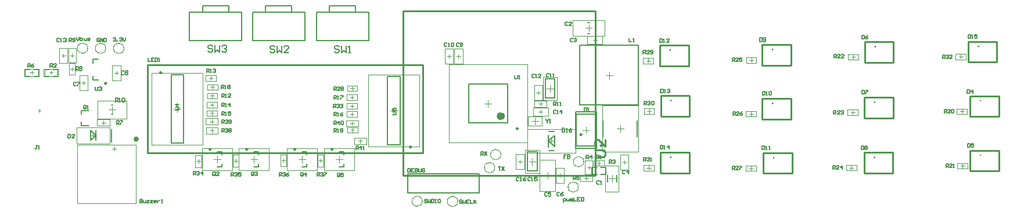
<source format=gto>
G04*
G04 #@! TF.GenerationSoftware,Altium Limited,CircuitMaker,2.3.0 (2.3.0.3)*
G04*
G04 Layer_Color=15132400*
%FSLAX24Y24*%
%MOIN*%
G70*
G04*
G04 #@! TF.SameCoordinates,872E70D8-3D5D-4FD3-98FB-88626AD454E2*
G04*
G04*
G04 #@! TF.FilePolarity,Positive*
G04*
G01*
G75*
%ADD10C,0.0098*%
%ADD11C,0.0039*%
%ADD12C,0.0236*%
%ADD13C,0.0100*%
%ADD14C,0.0050*%
%ADD15C,0.0079*%
%ADD16C,0.0059*%
%ADD17C,0.0080*%
%ADD18C,0.0020*%
D10*
X34309Y3854D02*
G03*
X34309Y3854I-49J0D01*
G01*
X13957Y3637D02*
G03*
X13957Y3637I-49J0D01*
G01*
X29472Y4835D02*
G03*
X29472Y4835I-49J0D01*
G01*
X18844Y3634D02*
G03*
X18844Y3634I-49J0D01*
G01*
X16719Y3631D02*
G03*
X16719Y3631I-49J0D01*
G01*
X11854Y3633D02*
G03*
X11854Y3633I-49J0D01*
G01*
X23345Y3773D02*
G03*
X23345Y3773I-49J0D01*
G01*
X9026Y8057D02*
G03*
X9026Y8057I-49J0D01*
G01*
X33135Y4495D02*
G03*
X33135Y4495I-49J0D01*
G01*
X5864Y7437D02*
G03*
X5864Y7437I-49J0D01*
G01*
D11*
X26021Y640D02*
G03*
X26021Y640I-301J0D01*
G01*
X33257Y2925D02*
G03*
X33257Y2925I-301J0D01*
G01*
X5824Y9449D02*
G03*
X5824Y9449I-301J0D01*
G01*
X30820Y5458D02*
G03*
X30820Y5458I-20J0D01*
G01*
X6865Y9444D02*
G03*
X6865Y9444I-301J0D01*
G01*
X4786Y9454D02*
G03*
X4786Y9454I-301J0D01*
G01*
X28150Y2582D02*
G03*
X28150Y2582I-301J0D01*
G01*
X28500Y3332D02*
G03*
X28500Y3332I-301J0D01*
G01*
X32947Y1465D02*
G03*
X32947Y1465I-301J0D01*
G01*
X23994Y649D02*
G03*
X23994Y649I-301J0D01*
G01*
X1199Y7878D02*
Y8232D01*
X1455D01*
X1199Y7878D02*
X1455D01*
X1947D02*
Y8232D01*
X1691D02*
X1947D01*
X1691Y7878D02*
X1947D01*
X3050D02*
Y8232D01*
X2794Y7878D02*
X3050D01*
X2794Y8232D02*
X3050D01*
X2302Y7878D02*
Y8232D01*
Y7878D02*
X2558D01*
X2302Y8232D02*
X2558D01*
X4197Y1526D02*
Y2904D01*
X5181Y542D02*
X6559D01*
X7544Y1526D02*
Y2904D01*
X5181Y3888D02*
X6559D01*
X6304Y3553D02*
Y3790D01*
X6185Y3672D02*
X6422D01*
X4197Y3888D02*
X7544D01*
Y542D02*
Y3888D01*
X4197Y542D02*
X7544D01*
X4197D02*
Y3888D01*
X26015Y640D02*
G03*
X26015Y640I-295J0D01*
G01*
X33251Y2925D02*
G03*
X33251Y2925I-295J0D01*
G01*
X5818Y9449D02*
G03*
X5818Y9449I-295J0D01*
G01*
X6859Y9444D02*
G03*
X6859Y9444I-295J0D01*
G01*
X4780Y9454D02*
G03*
X4780Y9454I-295J0D01*
G01*
X28144Y2582D02*
G03*
X28144Y2582I-295J0D01*
G01*
X28494Y3332D02*
G03*
X28494Y3332I-295J0D01*
G01*
X32941Y1465D02*
G03*
X32941Y1465I-295J0D01*
G01*
X23988Y649D02*
G03*
X23988Y649I-295J0D01*
G01*
X4542Y7346D02*
Y7563D01*
X4434Y7455D02*
X4651D01*
X35147Y4818D02*
X35541D01*
X35344Y4621D02*
Y5015D01*
X19835Y6135D02*
X20051D01*
X19943Y6027D02*
Y6243D01*
X5983Y5913D02*
X6377D01*
X6180Y5717D02*
Y6110D01*
X14134Y3066D02*
X14528D01*
X14331Y2869D02*
Y3263D01*
X23154Y1127D02*
X27249D01*
Y2229D01*
X23154D02*
X27249D01*
X23154Y1127D02*
Y2229D01*
X27562Y6272D02*
X27956D01*
X27759Y6075D02*
Y6469D01*
X1573Y7947D02*
Y8163D01*
X1465Y8055D02*
X1681D01*
X2676Y7947D02*
Y8163D01*
X2567Y8055D02*
X2784D01*
X19965Y5027D02*
Y5243D01*
X19857Y5135D02*
X20074D01*
X20426Y4012D02*
Y4228D01*
X20317Y4120D02*
X20534D01*
X18047Y2987D02*
X18264D01*
X18155Y2879D02*
Y3095D01*
X15908Y3001D02*
X16125D01*
X16017Y2893D02*
Y3109D01*
X13173Y2978D02*
X13390D01*
X13281Y2870D02*
Y3087D01*
X11029Y2946D02*
X11246D01*
X11138Y2838D02*
Y3054D01*
X19218Y2866D02*
Y3260D01*
X19021Y3063D02*
X19414D01*
X17093Y2863D02*
Y3257D01*
X16897Y3060D02*
X17290D01*
X12228Y2865D02*
Y3259D01*
X12032Y3062D02*
X12425D01*
X11904Y5137D02*
Y5353D01*
X11796Y5245D02*
X12012D01*
X11909Y4612D02*
Y4829D01*
X11801Y4720D02*
X12017D01*
X22351Y5661D02*
Y6055D01*
X22154Y5858D02*
X22548D01*
X20874Y7925D02*
X23827D01*
X20874Y3791D02*
X23827D01*
X20874D02*
Y7925D01*
X23827Y3791D02*
Y7925D01*
X9922Y5775D02*
Y6169D01*
X9725Y5972D02*
X10119D01*
X8445Y3905D02*
X11398D01*
X8445Y8039D02*
X11398D01*
Y3905D02*
Y8039D01*
X8445Y3905D02*
Y8039D01*
X29492Y2925D02*
X29709D01*
X29600Y2816D02*
Y3033D01*
X30300Y2738D02*
Y3131D01*
X30104Y2935D02*
X30497D01*
X31876Y2037D02*
Y2253D01*
X31767Y2145D02*
X31984D01*
X30979Y2125D02*
X31373D01*
X31176Y1928D02*
Y2322D01*
X33278Y1975D02*
X33514D01*
X33396Y1857D02*
Y2093D01*
X36983Y2452D02*
Y2688D01*
X36865Y2570D02*
X37101D01*
X33546Y2487D02*
Y2703D01*
X33437Y2595D02*
X33654D01*
X34007Y2845D02*
X34224D01*
X34116Y2737D02*
Y2953D01*
X34870Y1754D02*
Y2148D01*
X34673Y1951D02*
X35067D01*
X35576Y2786D02*
Y3002D01*
X35467Y2894D02*
X35684D01*
X33189Y4745D02*
X33583D01*
X33386Y4548D02*
Y4942D01*
X33536Y10418D02*
Y10812D01*
X33339Y10615D02*
X33733D01*
X37001Y5712D02*
Y5948D01*
X36883Y5830D02*
X37119D01*
X36956Y8617D02*
Y8853D01*
X36838Y8735D02*
X37074D01*
X42871Y8652D02*
Y8888D01*
X42753Y8770D02*
X42989D01*
X42849Y2426D02*
Y2662D01*
X42731Y2544D02*
X42967D01*
X42735Y5675D02*
X42972D01*
X42853Y5557D02*
Y5793D01*
X48690Y5642D02*
Y5878D01*
X48572Y5760D02*
X48809D01*
X48728Y8837D02*
Y9073D01*
X48610Y8955D02*
X48846D01*
X48606Y2457D02*
Y2693D01*
X48488Y2575D02*
X48724D01*
X54878Y2685D02*
X55114D01*
X54996Y2567D02*
Y2803D01*
X54835Y5815D02*
X55072D01*
X54953Y5697D02*
Y5933D01*
X54893Y8847D02*
Y9083D01*
X54775Y8965D02*
X55012D01*
X33791Y9923D02*
X34007D01*
X33899Y9815D02*
Y10032D01*
X34509Y7905D02*
X34903D01*
X34706Y7708D02*
Y8102D01*
X26066Y8877D02*
Y9093D01*
X25957Y8985D02*
X26174D01*
X11823Y6713D02*
X12040D01*
X11932Y6605D02*
Y6822D01*
X11832Y7213D02*
X12049D01*
X11940Y7105D02*
Y7322D01*
X11810Y5715D02*
X12026D01*
X11918Y5607D02*
Y5823D01*
X11812Y6203D02*
X12029D01*
X11921Y6094D02*
Y6311D01*
X11748Y7734D02*
X11964D01*
X11856Y7625D02*
Y7842D01*
X30259Y5252D02*
X30653D01*
X30456Y5055D02*
Y5448D01*
X19847Y6625D02*
X20063D01*
X19955Y6517D02*
Y6733D01*
X19845Y5665D02*
X20062D01*
X19953Y5557D02*
Y5773D01*
X5570Y5175D02*
X5806D01*
X5688Y5057D02*
Y5293D01*
X3886Y8930D02*
Y9146D01*
X3777Y9038D02*
X3994D01*
X30769Y6144D02*
Y6361D01*
X30661Y6252D02*
X30877D01*
X3778Y8265D02*
X3994D01*
X3886Y8157D02*
Y8373D01*
X19859Y7149D02*
X20076D01*
X19968Y7040D02*
Y7257D01*
X30531Y6902D02*
X30747D01*
X30639Y6794D02*
Y7011D01*
X6326Y8027D02*
X6542D01*
X6434Y7918D02*
Y8135D01*
X3396Y8927D02*
Y9143D01*
X3287Y9035D02*
X3504D01*
X31319Y6941D02*
Y7335D01*
X31122Y7138D02*
X31516D01*
X19877Y4750D02*
X20094D01*
X19985Y4642D02*
Y4858D01*
X25417Y8986D02*
X25634D01*
X25526Y8878D02*
Y9094D01*
X30768Y5694D02*
Y5911D01*
X30660Y5802D02*
X30876D01*
X5100Y4228D02*
Y4622D01*
X4904Y4425D02*
X5297D01*
D12*
X28606Y5544D02*
G03*
X28606Y5544I-118J0D01*
G01*
D13*
X38243Y3180D02*
G03*
X38243Y3180I-4J0D01*
G01*
X38213Y9350D02*
G03*
X38213Y9350I-4J0D01*
G01*
X44155Y3155D02*
G03*
X44155Y3155I-4J0D01*
G01*
X44093Y6280D02*
G03*
X44093Y6280I-4J0D01*
G01*
Y9380D02*
G03*
X44093Y9380I-4J0D01*
G01*
X38263Y6440D02*
G03*
X38263Y6440I-4J0D01*
G01*
X55903Y9560D02*
G03*
X55903Y9560I-4J0D01*
G01*
X49935Y3175D02*
G03*
X49935Y3175I-4J0D01*
G01*
X56023Y3290D02*
G03*
X56023Y3290I-4J0D01*
G01*
X49953Y6340D02*
G03*
X49953Y6340I-4J0D01*
G01*
X49973Y9540D02*
G03*
X49973Y9540I-4J0D01*
G01*
X56023Y6430D02*
G03*
X56023Y6430I-4J0D01*
G01*
X7662Y4223D02*
G03*
X7662Y4223I-98J0D01*
G01*
X7603D02*
G03*
X7603Y4223I-39J0D01*
G01*
X8202Y3445D02*
X24029D01*
X8202D02*
Y8485D01*
X24029D01*
Y3445D02*
Y8485D01*
X37649Y2274D02*
Y3455D01*
Y2274D02*
X39303D01*
Y3455D01*
X37649D02*
X39303D01*
X37619Y8444D02*
Y9625D01*
Y8444D02*
X39273D01*
Y9625D01*
X37619D02*
X39273D01*
X43560Y2249D02*
Y3430D01*
Y2249D02*
X45214D01*
Y3430D01*
X43560D02*
X45214D01*
X43499Y6555D02*
X45153D01*
Y5374D02*
Y6555D01*
X43499Y5374D02*
X45153D01*
X43499D02*
Y6555D01*
Y8474D02*
Y9655D01*
Y8474D02*
X45153D01*
Y9655D01*
X43499D02*
X45153D01*
X37669Y6715D02*
X39323D01*
Y5534D02*
Y6715D01*
X37669Y5534D02*
X39323D01*
X37669D02*
Y6715D01*
X55309Y8654D02*
Y9835D01*
Y8654D02*
X56963D01*
Y9835D01*
X55309D02*
X56963D01*
X49340Y2269D02*
Y3450D01*
Y2269D02*
X50994D01*
Y3450D01*
X49340D02*
X50994D01*
X55429Y2384D02*
Y3565D01*
Y2384D02*
X57083D01*
Y3565D01*
X55429D02*
X57083D01*
X49359Y6615D02*
X51013D01*
Y5434D02*
Y6615D01*
X49359Y5434D02*
X51013D01*
X49359D02*
Y6615D01*
X49379Y8634D02*
Y9815D01*
Y8634D02*
X51033D01*
Y9815D01*
X49379D02*
X51033D01*
X55429Y6705D02*
X57083D01*
Y5524D02*
Y6705D01*
X55429Y5524D02*
X57083D01*
X55429D02*
Y6705D01*
X33871Y3186D02*
X34371D01*
X34471Y3286D01*
Y3486D01*
X34371Y3586D01*
X33871D01*
X34471Y4186D02*
Y3786D01*
X34071Y4186D01*
X33971D01*
X33871Y4086D01*
Y3886D01*
X33971Y3786D01*
X22887Y11584D02*
X33911D01*
Y2135D02*
Y11584D01*
X22887Y2135D02*
X33911D01*
X22887D02*
Y11584D01*
D14*
X33716Y2185D02*
Y2585D01*
Y2185D02*
X34016D01*
X34216D02*
X34516D01*
Y2585D01*
X34216D02*
X34516D01*
X33716D02*
X34016D01*
X18895Y6027D02*
Y6226D01*
X18995D01*
X19028Y6193D01*
Y6127D01*
X18995Y6093D01*
X18895D01*
X18961D02*
X19028Y6027D01*
X19095Y6193D02*
X19128Y6226D01*
X19195D01*
X19228Y6193D01*
Y6160D01*
X19195Y6127D01*
X19161D01*
X19195D01*
X19228Y6093D01*
Y6060D01*
X19195Y6027D01*
X19128D01*
X19095Y6060D01*
X19295Y6193D02*
X19328Y6226D01*
X19395D01*
X19428Y6193D01*
Y6160D01*
X19395Y6127D01*
X19361D01*
X19395D01*
X19428Y6093D01*
Y6060D01*
X19395Y6027D01*
X19328D01*
X19295Y6060D01*
X20184Y3624D02*
Y3830D01*
X20287D01*
X20321Y3796D01*
Y3727D01*
X20287Y3693D01*
X20184D01*
X20252D02*
X20321Y3624D01*
X20493D02*
Y3830D01*
X20390Y3727D01*
X20527D01*
X20596Y3624D02*
X20665D01*
X20630D01*
Y3830D01*
X20596Y3796D01*
X18904Y5051D02*
Y5258D01*
X19007D01*
X19042Y5223D01*
Y5155D01*
X19007Y5120D01*
X18904D01*
X18973D02*
X19042Y5051D01*
X19214D02*
Y5258D01*
X19110Y5155D01*
X19248D01*
X19317Y5223D02*
X19351Y5258D01*
X19420D01*
X19454Y5223D01*
Y5086D01*
X19420Y5051D01*
X19351D01*
X19317Y5086D01*
Y5223D01*
X12467Y5123D02*
Y5329D01*
X12570D01*
X12605Y5295D01*
Y5226D01*
X12570Y5192D01*
X12467D01*
X12536D02*
X12605Y5123D01*
X12673Y5295D02*
X12708Y5329D01*
X12776D01*
X12811Y5295D01*
Y5261D01*
X12776Y5226D01*
X12742D01*
X12776D01*
X12811Y5192D01*
Y5158D01*
X12776Y5123D01*
X12708D01*
X12673Y5158D01*
X12880D02*
X12914Y5123D01*
X12983D01*
X13017Y5158D01*
Y5295D01*
X12983Y5329D01*
X12914D01*
X12880Y5295D01*
Y5261D01*
X12914Y5226D01*
X13017D01*
X12470Y4620D02*
Y4827D01*
X12573D01*
X12608Y4792D01*
Y4723D01*
X12573Y4689D01*
X12470D01*
X12539D02*
X12608Y4620D01*
X12676Y4792D02*
X12711Y4827D01*
X12779D01*
X12814Y4792D01*
Y4758D01*
X12779Y4723D01*
X12745D01*
X12779D01*
X12814Y4689D01*
Y4655D01*
X12779Y4620D01*
X12711D01*
X12676Y4655D01*
X12883Y4792D02*
X12917Y4827D01*
X12986D01*
X13020Y4792D01*
Y4758D01*
X12986Y4723D01*
X13020Y4689D01*
Y4655D01*
X12986Y4620D01*
X12917D01*
X12883Y4655D01*
Y4689D01*
X12917Y4723D01*
X12883Y4758D01*
Y4792D01*
X12917Y4723D02*
X12986D01*
X17937Y2080D02*
Y2286D01*
X18040D01*
X18074Y2252D01*
Y2183D01*
X18040Y2149D01*
X17937D01*
X18005D02*
X18074Y2080D01*
X18143Y2252D02*
X18177Y2286D01*
X18246D01*
X18280Y2252D01*
Y2217D01*
X18246Y2183D01*
X18212D01*
X18246D01*
X18280Y2149D01*
Y2114D01*
X18246Y2080D01*
X18177D01*
X18143Y2114D01*
X18349Y2286D02*
X18487D01*
Y2252D01*
X18349Y2114D01*
Y2080D01*
X15768D02*
Y2286D01*
X15871D01*
X15906Y2252D01*
Y2183D01*
X15871Y2149D01*
X15768D01*
X15837D02*
X15906Y2080D01*
X15975Y2252D02*
X16009Y2286D01*
X16078D01*
X16112Y2252D01*
Y2217D01*
X16078Y2183D01*
X16043D01*
X16078D01*
X16112Y2149D01*
Y2114D01*
X16078Y2080D01*
X16009D01*
X15975Y2114D01*
X16318Y2286D02*
X16250Y2252D01*
X16181Y2183D01*
Y2114D01*
X16215Y2080D01*
X16284D01*
X16318Y2114D01*
Y2149D01*
X16284Y2183D01*
X16181D01*
X13019Y2094D02*
Y2300D01*
X13122D01*
X13157Y2266D01*
Y2197D01*
X13122Y2162D01*
X13019D01*
X13088D02*
X13157Y2094D01*
X13226Y2266D02*
X13260Y2300D01*
X13329D01*
X13363Y2266D01*
Y2231D01*
X13329Y2197D01*
X13294D01*
X13329D01*
X13363Y2162D01*
Y2128D01*
X13329Y2094D01*
X13260D01*
X13226Y2128D01*
X13569Y2300D02*
X13432D01*
Y2197D01*
X13501Y2231D01*
X13535D01*
X13569Y2197D01*
Y2128D01*
X13535Y2094D01*
X13466D01*
X13432Y2128D01*
X10856Y2157D02*
Y2363D01*
X10959D01*
X10993Y2329D01*
Y2260D01*
X10959Y2225D01*
X10856D01*
X10925D02*
X10993Y2157D01*
X11062Y2329D02*
X11097Y2363D01*
X11165D01*
X11200Y2329D01*
Y2294D01*
X11165Y2260D01*
X11131D01*
X11165D01*
X11200Y2225D01*
Y2191D01*
X11165Y2157D01*
X11097D01*
X11062Y2191D01*
X11372Y2157D02*
Y2363D01*
X11268Y2260D01*
X11406D01*
X19250Y2101D02*
Y2238D01*
X19216Y2272D01*
X19147D01*
X19113Y2238D01*
Y2101D01*
X19147Y2066D01*
X19216D01*
X19181Y2135D02*
X19250Y2066D01*
X19216D02*
X19250Y2101D01*
X19456Y2272D02*
X19319D01*
Y2169D01*
X19388Y2204D01*
X19422D01*
X19456Y2169D01*
Y2101D01*
X19422Y2066D01*
X19353D01*
X19319Y2101D01*
X17153Y2140D02*
Y2277D01*
X17118Y2312D01*
X17050D01*
X17015Y2277D01*
Y2140D01*
X17050Y2106D01*
X17118D01*
X17084Y2174D02*
X17153Y2106D01*
X17118D02*
X17153Y2140D01*
X17325Y2106D02*
Y2312D01*
X17221Y2209D01*
X17359D01*
X14316Y2160D02*
Y2297D01*
X14282Y2331D01*
X14213D01*
X14179Y2297D01*
Y2160D01*
X14213Y2125D01*
X14282D01*
X14247Y2194D02*
X14316Y2125D01*
X14282D02*
X14316Y2160D01*
X14385Y2297D02*
X14419Y2331D01*
X14488D01*
X14522Y2297D01*
Y2263D01*
X14488Y2228D01*
X14454D01*
X14488D01*
X14522Y2194D01*
Y2160D01*
X14488Y2125D01*
X14419D01*
X14385Y2160D01*
X12101Y2150D02*
Y2287D01*
X12067Y2322D01*
X11998D01*
X11964Y2287D01*
Y2150D01*
X11998Y2115D01*
X12067D01*
X12033Y2184D02*
X12101Y2115D01*
X12067D02*
X12101Y2150D01*
X12308Y2115D02*
X12170D01*
X12308Y2253D01*
Y2287D01*
X12273Y2322D01*
X12205D01*
X12170Y2287D01*
X8235Y8901D02*
Y8695D01*
X8373D01*
X8579Y8901D02*
X8441D01*
Y8695D01*
X8579D01*
X8441Y8798D02*
X8510D01*
X8647Y8901D02*
Y8695D01*
X8751D01*
X8785Y8729D01*
Y8867D01*
X8751Y8901D01*
X8647D01*
X8854Y8695D02*
X8922D01*
X8888D01*
Y8901D01*
X8854Y8867D01*
X23159Y2526D02*
Y2320D01*
X23262D01*
X23297Y2354D01*
Y2492D01*
X23262Y2526D01*
X23159D01*
X23503D02*
X23365D01*
Y2320D01*
X23503D01*
X23365Y2423D02*
X23434D01*
X23571Y2526D02*
Y2320D01*
X23675D01*
X23709Y2354D01*
Y2389D01*
X23675Y2423D01*
X23571D01*
X23675D01*
X23709Y2457D01*
Y2492D01*
X23675Y2526D01*
X23571D01*
X23778D02*
Y2354D01*
X23812Y2320D01*
X23881D01*
X23915Y2354D01*
Y2526D01*
X24121Y2492D02*
X24087Y2526D01*
X24018D01*
X23984Y2492D01*
Y2354D01*
X24018Y2320D01*
X24087D01*
X24121Y2354D01*
Y2423D01*
X24053D01*
X22267Y5642D02*
X22439D01*
X22474Y5676D01*
Y5745D01*
X22439Y5779D01*
X22267D01*
Y5986D02*
Y5848D01*
X22371D01*
X22336Y5917D01*
Y5951D01*
X22371Y5986D01*
X22439D01*
X22474Y5951D01*
Y5883D01*
X22439Y5848D01*
X9822Y5910D02*
X9993D01*
X10028Y5944D01*
Y6013D01*
X9993Y6047D01*
X9822D01*
X10028Y6219D02*
X9822D01*
X9925Y6116D01*
Y6253D01*
X32028Y4846D02*
Y4640D01*
X32131D01*
X32165Y4674D01*
Y4812D01*
X32131Y4846D01*
X32028D01*
X32234Y4640D02*
X32303D01*
X32268D01*
Y4846D01*
X32234Y4812D01*
X32543Y4846D02*
X32474Y4812D01*
X32406Y4743D01*
Y4674D01*
X32440Y4640D01*
X32509D01*
X32543Y4674D01*
Y4709D01*
X32509Y4743D01*
X32406D01*
X29531Y2008D02*
X29497Y2042D01*
X29428D01*
X29394Y2008D01*
Y1870D01*
X29428Y1836D01*
X29497D01*
X29531Y1870D01*
X29600Y1836D02*
X29669D01*
X29634D01*
Y2042D01*
X29600Y2008D01*
X29909Y2042D02*
X29841Y2008D01*
X29772Y1939D01*
Y1870D01*
X29806Y1836D01*
X29875D01*
X29909Y1870D01*
Y1905D01*
X29875Y1939D01*
X29772D01*
X30189Y2008D02*
X30154Y2042D01*
X30086D01*
X30051Y2008D01*
Y1870D01*
X30086Y1836D01*
X30154D01*
X30189Y1870D01*
X30257Y1836D02*
X30326D01*
X30292D01*
Y2042D01*
X30257Y2008D01*
X30567Y2042D02*
X30429D01*
Y1939D01*
X30498Y1973D01*
X30532D01*
X30567Y1939D01*
Y1870D01*
X30532Y1836D01*
X30464D01*
X30429Y1870D01*
X5445Y10008D02*
X5411Y10042D01*
X5342D01*
X5308Y10008D01*
Y9870D01*
X5342Y9836D01*
X5411D01*
X5445Y9870D01*
Y9939D01*
X5376D01*
X5514Y9836D02*
Y10042D01*
X5651Y9836D01*
Y10042D01*
X5720D02*
Y9836D01*
X5823D01*
X5858Y9870D01*
Y10008D01*
X5823Y10042D01*
X5720D01*
X55301Y10226D02*
Y10020D01*
X55404D01*
X55438Y10054D01*
Y10192D01*
X55404Y10226D01*
X55301D01*
X55507Y10020D02*
X55576D01*
X55541D01*
Y10226D01*
X55507Y10192D01*
X55816Y10226D02*
X55679D01*
Y10123D01*
X55748Y10157D01*
X55782D01*
X55816Y10123D01*
Y10054D01*
X55782Y10020D01*
X55713D01*
X55679Y10054D01*
X31091Y5380D02*
Y5345D01*
X31160Y5276D01*
X31229Y5345D01*
Y5380D01*
X31160Y5276D02*
Y5173D01*
X31298D02*
X31366D01*
X31332D01*
Y5380D01*
X31298Y5345D01*
X31653Y5872D02*
X31619Y5906D01*
X31550D01*
X31516Y5872D01*
Y5734D01*
X31550Y5700D01*
X31619D01*
X31653Y5734D01*
X31722Y5700D02*
X31791D01*
X31756D01*
Y5906D01*
X31722Y5872D01*
X31997Y5700D02*
Y5906D01*
X31894Y5803D01*
X32031D01*
X34708Y2828D02*
Y3034D01*
X34811D01*
X34846Y3000D01*
Y2931D01*
X34811Y2896D01*
X34708D01*
X34777D02*
X34846Y2828D01*
X34914Y3000D02*
X34949Y3034D01*
X35018D01*
X35052Y3000D01*
Y2965D01*
X35018Y2931D01*
X34983D01*
X35018D01*
X35052Y2896D01*
Y2862D01*
X35018Y2828D01*
X34949D01*
X34914Y2862D01*
X33971Y3102D02*
Y3308D01*
X34075D01*
X34109Y3274D01*
Y3205D01*
X34075Y3171D01*
X33971D01*
X34040D02*
X34109Y3102D01*
X34178D02*
X34246D01*
X34212D01*
Y3308D01*
X34178Y3274D01*
X53856Y8865D02*
Y9065D01*
X53956D01*
X53989Y9032D01*
Y8965D01*
X53956Y8932D01*
X53856D01*
X53923D02*
X53989Y8865D01*
X54056Y9032D02*
X54089Y9065D01*
X54156D01*
X54189Y9032D01*
Y8998D01*
X54156Y8965D01*
X54123D01*
X54156D01*
X54189Y8932D01*
Y8898D01*
X54156Y8865D01*
X54089D01*
X54056Y8898D01*
X54389Y8865D02*
X54256D01*
X54389Y8998D01*
Y9032D01*
X54356Y9065D01*
X54289D01*
X54256Y9032D01*
X36684Y2947D02*
Y3153D01*
X36787D01*
X36821Y3119D01*
Y3050D01*
X36787Y3016D01*
X36684D01*
X36752D02*
X36821Y2947D01*
X36890Y3119D02*
X36924Y3153D01*
X36993D01*
X37027Y3119D01*
Y3085D01*
X36993Y3050D01*
X36959D01*
X36993D01*
X37027Y3016D01*
Y2981D01*
X36993Y2947D01*
X36924D01*
X36890Y2981D01*
X37096Y2947D02*
X37165D01*
X37130D01*
Y3153D01*
X37096Y3119D01*
X36722Y6186D02*
Y6392D01*
X36825D01*
X36860Y6358D01*
Y6289D01*
X36825Y6255D01*
X36722D01*
X36791D02*
X36860Y6186D01*
X36928Y6358D02*
X36963Y6392D01*
X37031D01*
X37066Y6358D01*
Y6324D01*
X37031Y6289D01*
X36997D01*
X37031D01*
X37066Y6255D01*
Y6221D01*
X37031Y6186D01*
X36963D01*
X36928Y6221D01*
X37135Y6358D02*
X37169Y6392D01*
X37238D01*
X37272Y6358D01*
Y6221D01*
X37238Y6186D01*
X37169D01*
X37135Y6221D01*
Y6358D01*
X36666Y9130D02*
Y9336D01*
X36769D01*
X36803Y9302D01*
Y9233D01*
X36769Y9199D01*
X36666D01*
X36735D02*
X36803Y9130D01*
X37010D02*
X36872D01*
X37010Y9268D01*
Y9302D01*
X36975Y9336D01*
X36907D01*
X36872Y9302D01*
X37078Y9165D02*
X37113Y9130D01*
X37182D01*
X37216Y9165D01*
Y9302D01*
X37182Y9336D01*
X37113D01*
X37078Y9302D01*
Y9268D01*
X37113Y9233D01*
X37216D01*
X18906Y7032D02*
Y7238D01*
X19009D01*
X19044Y7204D01*
Y7135D01*
X19009Y7100D01*
X18906D01*
X18975D02*
X19044Y7032D01*
X19250D02*
X19112D01*
X19250Y7169D01*
Y7204D01*
X19215Y7238D01*
X19147D01*
X19112Y7204D01*
X19319D02*
X19353Y7238D01*
X19422D01*
X19456Y7204D01*
Y7169D01*
X19422Y7135D01*
X19456Y7100D01*
Y7066D01*
X19422Y7032D01*
X19353D01*
X19319Y7066D01*
Y7100D01*
X19353Y7135D01*
X19319Y7169D01*
Y7204D01*
X19353Y7135D02*
X19422D01*
X41782Y2463D02*
Y2669D01*
X41885D01*
X41920Y2635D01*
Y2566D01*
X41885Y2532D01*
X41782D01*
X41851D02*
X41920Y2463D01*
X42126D02*
X41988D01*
X42126Y2600D01*
Y2635D01*
X42091Y2669D01*
X42023D01*
X41988Y2635D01*
X42195Y2669D02*
X42332D01*
Y2635D01*
X42195Y2497D01*
Y2463D01*
X41805Y5585D02*
Y5791D01*
X41908D01*
X41942Y5757D01*
Y5688D01*
X41908Y5654D01*
X41805D01*
X41873D02*
X41942Y5585D01*
X42148D02*
X42011D01*
X42148Y5722D01*
Y5757D01*
X42114Y5791D01*
X42045D01*
X42011Y5757D01*
X42355Y5791D02*
X42286Y5757D01*
X42217Y5688D01*
Y5619D01*
X42252Y5585D01*
X42320D01*
X42355Y5619D01*
Y5654D01*
X42320Y5688D01*
X42217D01*
X41774Y8686D02*
Y8892D01*
X41877D01*
X41912Y8858D01*
Y8789D01*
X41877Y8755D01*
X41774D01*
X41843D02*
X41912Y8686D01*
X42118D02*
X41980D01*
X42118Y8824D01*
Y8858D01*
X42084Y8892D01*
X42015D01*
X41980Y8858D01*
X42324Y8892D02*
X42187D01*
Y8789D01*
X42255Y8824D01*
X42290D01*
X42324Y8789D01*
Y8721D01*
X42290Y8686D01*
X42221D01*
X42187Y8721D01*
X47556Y2499D02*
Y2705D01*
X47659D01*
X47693Y2671D01*
Y2602D01*
X47659Y2568D01*
X47556D01*
X47624D02*
X47693Y2499D01*
X47899D02*
X47762D01*
X47899Y2637D01*
Y2671D01*
X47865Y2705D01*
X47796D01*
X47762Y2671D01*
X48071Y2499D02*
Y2705D01*
X47968Y2602D01*
X48106D01*
X47595Y5653D02*
Y5859D01*
X47698D01*
X47733Y5825D01*
Y5756D01*
X47698Y5722D01*
X47595D01*
X47664D02*
X47733Y5653D01*
X47939D02*
X47801D01*
X47939Y5790D01*
Y5825D01*
X47904Y5859D01*
X47836D01*
X47801Y5825D01*
X48008D02*
X48042Y5859D01*
X48111D01*
X48145Y5825D01*
Y5790D01*
X48111Y5756D01*
X48076D01*
X48111D01*
X48145Y5722D01*
Y5687D01*
X48111Y5653D01*
X48042D01*
X48008Y5687D01*
X47621Y8886D02*
Y9092D01*
X47724D01*
X47758Y9058D01*
Y8989D01*
X47724Y8955D01*
X47621D01*
X47689D02*
X47758Y8886D01*
X47964D02*
X47827D01*
X47964Y9024D01*
Y9058D01*
X47930Y9092D01*
X47861D01*
X47827Y9058D01*
X48171Y8886D02*
X48033D01*
X48171Y9024D01*
Y9058D01*
X48136Y9092D01*
X48068D01*
X48033Y9058D01*
X54049Y2600D02*
Y2806D01*
X54152D01*
X54186Y2772D01*
Y2703D01*
X54152Y2668D01*
X54049D01*
X54118D02*
X54186Y2600D01*
X54392D02*
X54255D01*
X54392Y2737D01*
Y2772D01*
X54358Y2806D01*
X54289D01*
X54255Y2772D01*
X54461Y2600D02*
X54530D01*
X54496D01*
Y2806D01*
X54461Y2772D01*
X53947Y5728D02*
Y5934D01*
X54051D01*
X54085Y5899D01*
Y5831D01*
X54051Y5796D01*
X53947D01*
X54016D02*
X54085Y5728D01*
X54291D02*
X54154D01*
X54291Y5865D01*
Y5899D01*
X54257Y5934D01*
X54188D01*
X54154Y5899D01*
X54360D02*
X54394Y5934D01*
X54463D01*
X54497Y5899D01*
Y5762D01*
X54463Y5728D01*
X54394D01*
X54360Y5762D01*
Y5899D01*
X5226Y7219D02*
Y7047D01*
X5260Y7013D01*
X5329D01*
X5363Y7047D01*
Y7219D01*
X5432Y7185D02*
X5466Y7219D01*
X5535D01*
X5569Y7185D01*
Y7151D01*
X5535Y7116D01*
X5501D01*
X5535D01*
X5569Y7082D01*
Y7047D01*
X5535Y7013D01*
X5466D01*
X5432Y7047D01*
X3157Y10006D02*
X3123Y10040D01*
X3054D01*
X3020Y10006D01*
Y9868D01*
X3054Y9834D01*
X3123D01*
X3157Y9868D01*
X3226Y9834D02*
X3295D01*
X3260D01*
Y10040D01*
X3226Y10006D01*
X3398D02*
X3432Y10040D01*
X3501D01*
X3535Y10006D01*
Y9971D01*
X3501Y9937D01*
X3467D01*
X3501D01*
X3535Y9903D01*
Y9868D01*
X3501Y9834D01*
X3432D01*
X3398Y9868D01*
X1883Y3852D02*
X1815D01*
X1849D01*
Y3680D01*
X1815Y3646D01*
X1780D01*
X1746Y3680D01*
X1952Y3646D02*
X2021D01*
X1986D01*
Y3852D01*
X1952Y3818D01*
X29298Y7888D02*
Y7716D01*
X29333Y7682D01*
X29401D01*
X29436Y7716D01*
Y7888D01*
X29504Y7682D02*
X29573D01*
X29539D01*
Y7888D01*
X29504Y7854D01*
X30421Y7921D02*
X30387Y7955D01*
X30318D01*
X30284Y7921D01*
Y7784D01*
X30318Y7749D01*
X30387D01*
X30421Y7784D01*
X30490Y7749D02*
X30559D01*
X30524D01*
Y7955D01*
X30490Y7921D01*
X30799Y7749D02*
X30662D01*
X30799Y7887D01*
Y7921D01*
X30765Y7955D01*
X30696D01*
X30662Y7921D01*
X31252Y7956D02*
X31217Y7990D01*
X31149D01*
X31114Y7956D01*
Y7818D01*
X31149Y7784D01*
X31217D01*
X31252Y7818D01*
X31320Y7784D02*
X31389D01*
X31355D01*
Y7990D01*
X31320Y7956D01*
X31492Y7784D02*
X31561D01*
X31527D01*
Y7990D01*
X31492Y7956D01*
X25399Y9726D02*
X25365Y9761D01*
X25296D01*
X25262Y9726D01*
Y9589D01*
X25296Y9554D01*
X25365D01*
X25399Y9589D01*
X25468Y9554D02*
X25537D01*
X25503D01*
Y9761D01*
X25468Y9726D01*
X25640D02*
X25674Y9761D01*
X25743D01*
X25777Y9726D01*
Y9589D01*
X25743Y9554D01*
X25674D01*
X25640Y9589D01*
Y9726D01*
X26081Y9744D02*
X26047Y9778D01*
X25978D01*
X25944Y9744D01*
Y9606D01*
X25978Y9572D01*
X26047D01*
X26081Y9606D01*
X26150D02*
X26184Y9572D01*
X26253D01*
X26288Y9606D01*
Y9744D01*
X26253Y9778D01*
X26184D01*
X26150Y9744D01*
Y9709D01*
X26184Y9675D01*
X26288D01*
X6864Y8115D02*
X6830Y8149D01*
X6761D01*
X6727Y8115D01*
Y7978D01*
X6761Y7943D01*
X6830D01*
X6864Y7978D01*
X6933Y8115D02*
X6967Y8149D01*
X7036D01*
X7070Y8115D01*
Y8081D01*
X7036Y8046D01*
X7070Y8012D01*
Y7978D01*
X7036Y7943D01*
X6967D01*
X6933Y7978D01*
Y8012D01*
X6967Y8046D01*
X6933Y8081D01*
Y8115D01*
X6967Y8046D02*
X7036D01*
X7769Y767D02*
Y561D01*
X7872D01*
X7906Y595D01*
Y630D01*
X7872Y664D01*
X7769D01*
X7872D01*
X7906Y699D01*
Y733D01*
X7872Y767D01*
X7769D01*
X7975Y699D02*
Y595D01*
X8009Y561D01*
X8112D01*
Y699D01*
X8181D02*
X8319D01*
X8181Y561D01*
X8319D01*
X8387Y699D02*
X8525D01*
X8387Y561D01*
X8525D01*
X8697D02*
X8628D01*
X8594Y595D01*
Y664D01*
X8628Y699D01*
X8697D01*
X8731Y664D01*
Y630D01*
X8594D01*
X8800Y699D02*
Y561D01*
Y630D01*
X8834Y664D01*
X8869Y699D01*
X8903D01*
X9006Y561D02*
X9075D01*
X9040D01*
Y767D01*
X9006Y733D01*
X35861Y10033D02*
Y9827D01*
X35998D01*
X36067D02*
X36136D01*
X36101D01*
Y10033D01*
X36067Y9999D01*
X37657Y3858D02*
Y3652D01*
X37760D01*
X37795Y3686D01*
Y3824D01*
X37760Y3858D01*
X37657D01*
X37863Y3652D02*
X37932D01*
X37898D01*
Y3858D01*
X37863Y3824D01*
X38138Y3652D02*
Y3858D01*
X38035Y3755D01*
X38173D01*
X15520Y9517D02*
X15454Y9582D01*
X15323D01*
X15257Y9517D01*
Y9451D01*
X15323Y9386D01*
X15454D01*
X15520Y9320D01*
Y9254D01*
X15454Y9189D01*
X15323D01*
X15257Y9254D01*
X15651Y9582D02*
Y9189D01*
X15782Y9320D01*
X15913Y9189D01*
Y9582D01*
X16307Y9189D02*
X16044D01*
X16307Y9451D01*
Y9517D01*
X16241Y9582D01*
X16110D01*
X16044Y9517D01*
X19229D02*
X19163Y9582D01*
X19032D01*
X18966Y9517D01*
Y9451D01*
X19032Y9386D01*
X19163D01*
X19229Y9320D01*
Y9254D01*
X19163Y9189D01*
X19032D01*
X18966Y9254D01*
X19360Y9582D02*
Y9189D01*
X19491Y9320D01*
X19622Y9189D01*
Y9582D01*
X19754Y9189D02*
X19885D01*
X19819D01*
Y9582D01*
X19754Y9517D01*
X32611Y9989D02*
X32577Y10023D01*
X32508D01*
X32474Y9989D01*
Y9852D01*
X32508Y9817D01*
X32577D01*
X32611Y9852D01*
X32680Y9989D02*
X32714Y10023D01*
X32783D01*
X32818Y9989D01*
Y9955D01*
X32783Y9920D01*
X32749D01*
X32783D01*
X32818Y9886D01*
Y9852D01*
X32783Y9817D01*
X32714D01*
X32680Y9852D01*
X6243Y10033D02*
X6277Y10067D01*
X6346D01*
X6381Y10033D01*
Y9998D01*
X6346Y9964D01*
X6312D01*
X6346D01*
X6381Y9930D01*
Y9895D01*
X6346Y9861D01*
X6277D01*
X6243Y9895D01*
X6449Y9861D02*
Y9895D01*
X6484D01*
Y9861D01*
X6449D01*
X6621Y10033D02*
X6656Y10067D01*
X6724D01*
X6759Y10033D01*
Y9998D01*
X6724Y9964D01*
X6690D01*
X6724D01*
X6759Y9930D01*
Y9895D01*
X6724Y9861D01*
X6656D01*
X6621Y9895D01*
X6827Y10067D02*
Y9930D01*
X6896Y9861D01*
X6965Y9930D01*
Y10067D01*
X4156Y10097D02*
Y9959D01*
X4225Y9891D01*
X4294Y9959D01*
Y10097D01*
X4362D02*
Y9891D01*
X4466D01*
X4500Y9925D01*
Y9959D01*
Y9994D01*
X4466Y10028D01*
X4362D01*
X4569D02*
Y9925D01*
X4603Y9891D01*
X4706D01*
Y10028D01*
X4775Y9891D02*
X4878D01*
X4912Y9925D01*
X4878Y9959D01*
X4809D01*
X4775Y9994D01*
X4809Y10028D01*
X4912D01*
X32074Y585D02*
Y791D01*
X32177D01*
X32212Y757D01*
Y688D01*
X32177Y654D01*
X32074D01*
X32280Y791D02*
Y688D01*
X32315Y654D01*
X32349Y688D01*
X32383Y654D01*
X32418Y688D01*
Y791D01*
X32487Y654D02*
Y791D01*
X32521D01*
X32555Y757D01*
Y654D01*
Y757D01*
X32590Y791D01*
X32624Y757D01*
Y654D01*
X32693Y860D02*
Y654D01*
X32830D01*
X33037Y860D02*
X32899D01*
Y654D01*
X33037D01*
X32899Y757D02*
X32968D01*
X33105Y860D02*
Y654D01*
X33208D01*
X33243Y688D01*
Y826D01*
X33208Y860D01*
X33105D01*
X32259Y3319D02*
X32121D01*
Y3216D01*
X32190D01*
X32121D01*
Y3112D01*
X32328Y3319D02*
Y3112D01*
X32431D01*
X32465Y3147D01*
Y3181D01*
X32431Y3216D01*
X32328D01*
X32431D01*
X32465Y3250D01*
Y3284D01*
X32431Y3319D01*
X32328D01*
X24238Y727D02*
X24204Y762D01*
X24135D01*
X24101Y727D01*
Y693D01*
X24135Y658D01*
X24204D01*
X24238Y624D01*
Y590D01*
X24204Y555D01*
X24135D01*
X24101Y590D01*
X24307Y762D02*
Y555D01*
X24376Y624D01*
X24445Y555D01*
Y762D01*
X24513D02*
Y555D01*
X24617D01*
X24651Y590D01*
Y727D01*
X24617Y762D01*
X24513D01*
X24720D02*
X24788D01*
X24754D01*
Y555D01*
X24720D01*
X24788D01*
X24995Y762D02*
X24926D01*
X24891Y727D01*
Y590D01*
X24926Y555D01*
X24995D01*
X25029Y590D01*
Y727D01*
X24995Y762D01*
X26263Y709D02*
X26228Y744D01*
X26159D01*
X26125Y709D01*
Y675D01*
X26159Y641D01*
X26228D01*
X26263Y606D01*
Y572D01*
X26228Y538D01*
X26159D01*
X26125Y572D01*
X26331Y744D02*
Y538D01*
X26400Y606D01*
X26469Y538D01*
Y744D01*
X26675Y709D02*
X26641Y744D01*
X26572D01*
X26538Y709D01*
Y572D01*
X26572Y538D01*
X26641D01*
X26675Y572D01*
X26744Y744D02*
Y538D01*
X26881D01*
X26950Y744D02*
Y538D01*
Y606D01*
X27088Y744D01*
X26984Y641D01*
X27088Y538D01*
X27346Y3279D02*
Y3485D01*
X27449D01*
X27483Y3451D01*
Y3382D01*
X27449Y3348D01*
X27346D01*
X27415D02*
X27483Y3279D01*
X27552Y3485D02*
X27690Y3279D01*
Y3485D02*
X27552Y3279D01*
X28336Y2624D02*
X28473D01*
X28405D01*
Y2418D01*
X28542Y2624D02*
X28680Y2418D01*
Y2624D02*
X28542Y2418D01*
X18919Y6534D02*
Y6740D01*
X19022D01*
X19057Y6706D01*
Y6637D01*
X19022Y6602D01*
X18919D01*
X18988D02*
X19057Y6534D01*
X19126D02*
X19194D01*
X19160D01*
Y6740D01*
X19126Y6706D01*
X19297Y6740D02*
X19435D01*
Y6706D01*
X19297Y6568D01*
Y6534D01*
X18901Y5571D02*
Y5777D01*
X19004D01*
X19038Y5743D01*
Y5674D01*
X19004Y5640D01*
X18901D01*
X18969D02*
X19038Y5571D01*
X19107D02*
X19176D01*
X19141D01*
Y5777D01*
X19107Y5743D01*
X19416Y5777D02*
X19348Y5743D01*
X19279Y5674D01*
Y5605D01*
X19313Y5571D01*
X19382D01*
X19416Y5605D01*
Y5640D01*
X19382Y5674D01*
X19279D01*
X12467Y5607D02*
Y5807D01*
X12567D01*
X12601Y5774D01*
Y5707D01*
X12567Y5674D01*
X12467D01*
X12534D02*
X12601Y5607D01*
X12667D02*
X12734D01*
X12701D01*
Y5807D01*
X12667Y5774D01*
X12967Y5807D02*
X12834D01*
Y5707D01*
X12901Y5741D01*
X12934D01*
X12967Y5707D01*
Y5641D01*
X12934Y5607D01*
X12867D01*
X12834Y5641D01*
X4678Y5996D02*
Y6134D01*
X4644Y6168D01*
X4575D01*
X4541Y6134D01*
Y5996D01*
X4575Y5962D01*
X4644D01*
X4609Y6031D02*
X4678Y5962D01*
X4644D02*
X4678Y5996D01*
X4747Y5962D02*
X4816D01*
X4781D01*
Y6168D01*
X4747Y6134D01*
X11603Y8049D02*
Y8248D01*
X11703D01*
X11736Y8215D01*
Y8148D01*
X11703Y8115D01*
X11603D01*
X11670D02*
X11736Y8049D01*
X11803D02*
X11870D01*
X11836D01*
Y8248D01*
X11803Y8215D01*
X11970D02*
X12003Y8248D01*
X12070D01*
X12103Y8215D01*
Y8182D01*
X12070Y8148D01*
X12036D01*
X12070D01*
X12103Y8115D01*
Y8082D01*
X12070Y8049D01*
X12003D01*
X11970Y8082D01*
X33274Y6017D02*
Y5811D01*
X33378D01*
X33412Y5845D01*
Y5983D01*
X33378Y6017D01*
X33274D01*
X33481Y5811D02*
X33549D01*
X33515D01*
Y6017D01*
X33481Y5983D01*
X12455Y7113D02*
Y7313D01*
X12555D01*
X12588Y7280D01*
Y7213D01*
X12555Y7180D01*
X12455D01*
X12522D02*
X12588Y7113D01*
X12655D02*
X12722D01*
X12688D01*
Y7313D01*
X12655Y7280D01*
X12822D02*
X12855Y7313D01*
X12922D01*
X12955Y7280D01*
Y7247D01*
X12922Y7213D01*
X12955Y7180D01*
Y7147D01*
X12922Y7113D01*
X12855D01*
X12822Y7147D01*
Y7180D01*
X12855Y7213D01*
X12822Y7247D01*
Y7280D01*
X12855Y7213D02*
X12922D01*
X18907Y4631D02*
Y4837D01*
X19010D01*
X19044Y4803D01*
Y4734D01*
X19010Y4700D01*
X18907D01*
X18975D02*
X19044Y4631D01*
X19113D02*
X19182D01*
X19147D01*
Y4837D01*
X19113Y4803D01*
X19285Y4665D02*
X19319Y4631D01*
X19388D01*
X19422Y4665D01*
Y4803D01*
X19388Y4837D01*
X19319D01*
X19285Y4803D01*
Y4769D01*
X19319Y4734D01*
X19422D01*
X2631Y8355D02*
Y8561D01*
X2734D01*
X2769Y8526D01*
Y8458D01*
X2734Y8423D01*
X2631D01*
X2700D02*
X2769Y8355D01*
X2975D02*
X2838D01*
X2975Y8492D01*
Y8526D01*
X2941Y8561D01*
X2872D01*
X2838Y8526D01*
X12471Y6089D02*
Y6289D01*
X12571D01*
X12604Y6256D01*
Y6189D01*
X12571Y6156D01*
X12471D01*
X12537D02*
X12604Y6089D01*
X12670D02*
X12737D01*
X12704D01*
Y6289D01*
X12670Y6256D01*
X12937Y6089D02*
Y6289D01*
X12837Y6189D01*
X12970D01*
X12472Y6613D02*
Y6813D01*
X12572D01*
X12605Y6780D01*
Y6713D01*
X12572Y6680D01*
X12472D01*
X12538D02*
X12605Y6613D01*
X12672D02*
X12738D01*
X12705D01*
Y6813D01*
X12672Y6780D01*
X12972Y6613D02*
X12838D01*
X12972Y6747D01*
Y6780D01*
X12938Y6813D01*
X12872D01*
X12838Y6780D01*
X31511Y6155D02*
Y6361D01*
X31614D01*
X31648Y6327D01*
Y6258D01*
X31614Y6223D01*
X31511D01*
X31580D02*
X31648Y6155D01*
X31717D02*
X31786D01*
X31751D01*
Y6361D01*
X31717Y6327D01*
X31889Y6155D02*
X31958D01*
X31923D01*
Y6361D01*
X31889Y6327D01*
X6385Y6376D02*
Y6582D01*
X6488D01*
X6522Y6548D01*
Y6479D01*
X6488Y6445D01*
X6385D01*
X6454D02*
X6522Y6376D01*
X6591D02*
X6660D01*
X6626D01*
Y6582D01*
X6591Y6548D01*
X6763D02*
X6797Y6582D01*
X6866D01*
X6901Y6548D01*
Y6411D01*
X6866Y6376D01*
X6797D01*
X6763Y6411D01*
Y6548D01*
X3707Y9817D02*
Y10023D01*
X3810D01*
X3845Y9989D01*
Y9920D01*
X3810Y9886D01*
X3707D01*
X3776D02*
X3845Y9817D01*
X3913Y9852D02*
X3948Y9817D01*
X4016D01*
X4051Y9852D01*
Y9989D01*
X4016Y10023D01*
X3948D01*
X3913Y9989D01*
Y9955D01*
X3948Y9920D01*
X4051D01*
X4107Y8176D02*
Y8383D01*
X4210D01*
X4244Y8348D01*
Y8280D01*
X4210Y8245D01*
X4107D01*
X4175D02*
X4244Y8176D01*
X4313Y8348D02*
X4347Y8383D01*
X4416D01*
X4450Y8348D01*
Y8314D01*
X4416Y8280D01*
X4450Y8245D01*
Y8211D01*
X4416Y8176D01*
X4347D01*
X4313Y8211D01*
Y8245D01*
X4347Y8280D01*
X4313Y8314D01*
Y8348D01*
X4347Y8280D02*
X4416D01*
X6434Y5076D02*
Y5282D01*
X6538D01*
X6572Y5248D01*
Y5179D01*
X6538Y5145D01*
X6434D01*
X6503D02*
X6572Y5076D01*
X6641Y5282D02*
X6778D01*
Y5248D01*
X6641Y5110D01*
Y5076D01*
X1335Y8351D02*
Y8557D01*
X1438D01*
X1473Y8522D01*
Y8454D01*
X1438Y8419D01*
X1335D01*
X1404D02*
X1473Y8351D01*
X1679Y8557D02*
X1610Y8522D01*
X1541Y8454D01*
Y8385D01*
X1576Y8351D01*
X1644D01*
X1679Y8385D01*
Y8419D01*
X1644Y8454D01*
X1541D01*
X32637Y1884D02*
Y2090D01*
X32740D01*
X32775Y2056D01*
Y1987D01*
X32740Y1953D01*
X32637D01*
X32706D02*
X32775Y1884D01*
X32981Y2090D02*
X32843D01*
Y1987D01*
X32912Y2022D01*
X32947D01*
X32981Y1987D01*
Y1918D01*
X32947Y1884D01*
X32878D01*
X32843Y1918D01*
X33396Y3104D02*
Y3310D01*
X33499D01*
X33534Y3275D01*
Y3207D01*
X33499Y3172D01*
X33396D01*
X33465D02*
X33534Y3104D01*
X33705D02*
Y3310D01*
X33602Y3207D01*
X33740D01*
X31149Y1116D02*
X31114Y1150D01*
X31046D01*
X31011Y1116D01*
Y979D01*
X31046Y944D01*
X31114D01*
X31149Y979D01*
X31355Y1150D02*
X31217D01*
Y1047D01*
X31286Y1082D01*
X31321D01*
X31355Y1047D01*
Y979D01*
X31321Y944D01*
X31252D01*
X31217Y979D01*
X34137Y1808D02*
X34102Y1842D01*
X34034D01*
X33999Y1808D01*
Y1670D01*
X34034Y1636D01*
X34102D01*
X34137Y1670D01*
X34206Y1636D02*
X34274D01*
X34240D01*
Y1842D01*
X34206Y1808D01*
X35632Y2392D02*
X35598Y2426D01*
X35529D01*
X35494Y2392D01*
Y2254D01*
X35529Y2220D01*
X35598D01*
X35632Y2254D01*
X35804Y2220D02*
Y2426D01*
X35701Y2323D01*
X35838D01*
X4128Y7472D02*
X4094Y7507D01*
X4025D01*
X3991Y7472D01*
Y7335D01*
X4025Y7300D01*
X4094D01*
X4128Y7335D01*
X4197Y7507D02*
X4334D01*
Y7472D01*
X4197Y7335D01*
Y7300D01*
X31861Y1134D02*
X31827Y1168D01*
X31758D01*
X31724Y1134D01*
Y996D01*
X31758Y962D01*
X31827D01*
X31861Y996D01*
X32068Y1168D02*
X31999Y1134D01*
X31930Y1065D01*
Y996D01*
X31964Y962D01*
X32033D01*
X32068Y996D01*
Y1031D01*
X32033Y1065D01*
X31930D01*
X32335Y10940D02*
X32300Y10974D01*
X32232D01*
X32197Y10940D01*
Y10802D01*
X32232Y10768D01*
X32300D01*
X32335Y10802D01*
X32541Y10768D02*
X32403D01*
X32541Y10905D01*
Y10940D01*
X32507Y10974D01*
X32438D01*
X32403Y10940D01*
X3663Y4510D02*
Y4303D01*
X3766D01*
X3800Y4338D01*
Y4475D01*
X3766Y4510D01*
X3663D01*
X4007Y4303D02*
X3869D01*
X4007Y4441D01*
Y4475D01*
X3972Y4510D01*
X3903D01*
X3869Y4475D01*
X55266Y7078D02*
Y6872D01*
X55369D01*
X55403Y6906D01*
Y7044D01*
X55369Y7078D01*
X55266D01*
X55575Y6872D02*
Y7078D01*
X55472Y6975D01*
X55609D01*
X55281Y3963D02*
Y3757D01*
X55384D01*
X55419Y3791D01*
Y3929D01*
X55384Y3963D01*
X55281D01*
X55625D02*
X55488D01*
Y3860D01*
X55556Y3894D01*
X55591D01*
X55625Y3860D01*
Y3791D01*
X55591Y3757D01*
X55522D01*
X55488Y3791D01*
X49213Y10210D02*
Y10004D01*
X49317D01*
X49351Y10038D01*
Y10176D01*
X49317Y10210D01*
X49213D01*
X49557D02*
X49488Y10176D01*
X49420Y10107D01*
Y10038D01*
X49454Y10004D01*
X49523D01*
X49557Y10038D01*
Y10073D01*
X49523Y10107D01*
X49420D01*
X49206Y7021D02*
Y6815D01*
X49309D01*
X49343Y6849D01*
Y6987D01*
X49309Y7021D01*
X49206D01*
X49412D02*
X49549D01*
Y6987D01*
X49412Y6849D01*
Y6815D01*
X37665Y7111D02*
Y6905D01*
X37768D01*
X37802Y6939D01*
Y7076D01*
X37768Y7111D01*
X37665D01*
X37871Y6905D02*
X37940D01*
X37906D01*
Y7111D01*
X37871Y7076D01*
X38043D02*
X38077Y7111D01*
X38146D01*
X38181Y7076D01*
Y7042D01*
X38146Y7008D01*
X38112D01*
X38146D01*
X38181Y6973D01*
Y6939D01*
X38146Y6905D01*
X38077D01*
X38043Y6939D01*
X37625Y9999D02*
Y9792D01*
X37728D01*
X37762Y9827D01*
Y9964D01*
X37728Y9999D01*
X37625D01*
X37831Y9792D02*
X37900D01*
X37865D01*
Y9999D01*
X37831Y9964D01*
X38140Y9792D02*
X38003D01*
X38140Y9930D01*
Y9964D01*
X38106Y9999D01*
X38037D01*
X38003Y9964D01*
X43492Y3825D02*
Y3619D01*
X43595D01*
X43629Y3654D01*
Y3791D01*
X43595Y3825D01*
X43492D01*
X43698Y3619D02*
X43767D01*
X43732D01*
Y3825D01*
X43698Y3791D01*
X43870Y3619D02*
X43938D01*
X43904D01*
Y3825D01*
X43870Y3791D01*
X43505Y6957D02*
Y6751D01*
X43609D01*
X43643Y6785D01*
Y6923D01*
X43609Y6957D01*
X43505D01*
X43712Y6751D02*
X43780D01*
X43746D01*
Y6957D01*
X43712Y6923D01*
X43884D02*
X43918Y6957D01*
X43987D01*
X44021Y6923D01*
Y6785D01*
X43987Y6751D01*
X43918D01*
X43884Y6785D01*
Y6923D01*
X43340Y10048D02*
Y9842D01*
X43444D01*
X43478Y9876D01*
Y10013D01*
X43444Y10048D01*
X43340D01*
X43547Y9876D02*
X43581Y9842D01*
X43650D01*
X43684Y9876D01*
Y10013D01*
X43650Y10048D01*
X43581D01*
X43547Y10013D01*
Y9979D01*
X43581Y9945D01*
X43684D01*
X49189Y3833D02*
Y3627D01*
X49292D01*
X49326Y3661D01*
Y3799D01*
X49292Y3833D01*
X49189D01*
X49395Y3799D02*
X49429Y3833D01*
X49498D01*
X49533Y3799D01*
Y3765D01*
X49498Y3730D01*
X49533Y3696D01*
Y3661D01*
X49498Y3627D01*
X49429D01*
X49395Y3661D01*
Y3696D01*
X49429Y3730D01*
X49395Y3765D01*
Y3799D01*
X49429Y3730D02*
X49498D01*
X11950Y9549D02*
X11884Y9615D01*
X11753D01*
X11687Y9549D01*
Y9484D01*
X11753Y9418D01*
X11884D01*
X11950Y9353D01*
Y9287D01*
X11884Y9221D01*
X11753D01*
X11687Y9287D01*
X12081Y9615D02*
Y9221D01*
X12212Y9353D01*
X12343Y9221D01*
Y9615D01*
X12474Y9549D02*
X12540Y9615D01*
X12671D01*
X12737Y9549D01*
Y9484D01*
X12671Y9418D01*
X12606D01*
X12671D01*
X12737Y9353D01*
Y9287D01*
X12671Y9221D01*
X12540D01*
X12474Y9287D01*
X33033Y6192D02*
X36379D01*
X33033Y9618D02*
X36379D01*
X33033Y6192D02*
Y9618D01*
X36379Y6192D02*
Y9618D01*
D15*
X36329Y4346D02*
Y5291D01*
X34360Y4346D02*
Y5291D01*
X6141Y6179D02*
X6219D01*
X6141Y5648D02*
X6219D01*
X14321Y3499D02*
X14596D01*
Y3322D02*
Y3499D01*
X14321Y2633D02*
X14596D01*
Y2810D01*
X23154Y2229D02*
X27249D01*
Y1127D02*
Y2229D01*
X23154Y1127D02*
Y2229D01*
Y1127D02*
X27249D01*
X28881Y5150D02*
Y7394D01*
X26637Y5150D02*
Y7394D01*
Y5150D02*
X28881D01*
X26637Y7394D02*
X28881D01*
X19483Y2630D02*
Y2807D01*
X19208Y2630D02*
X19483D01*
Y3319D02*
Y3496D01*
X19208D02*
X19483D01*
X17359Y2627D02*
Y2804D01*
X17084Y2627D02*
X17359D01*
Y3316D02*
Y3493D01*
X17084D02*
X17359D01*
X12494Y2629D02*
Y2806D01*
X12219Y2629D02*
X12494D01*
Y3318D02*
Y3495D01*
X12219D02*
X12494D01*
X21997Y7827D02*
X22705D01*
X21997Y3890D02*
X22705D01*
X21997D02*
Y7827D01*
X22705Y3890D02*
Y7827D01*
X9567Y4004D02*
X10276D01*
X9567Y7941D02*
X10276D01*
Y4004D02*
Y7941D01*
X9567Y4004D02*
Y7941D01*
X31201Y4113D02*
X31595Y4428D01*
X31201Y4113D02*
X31595Y3798D01*
Y4428D01*
X31201Y3759D02*
Y4467D01*
X31241Y4664D02*
X31556D01*
X31241Y3562D02*
X31556D01*
X30861Y2086D02*
Y2164D01*
X31491Y2086D02*
Y2164D01*
X34604Y1754D02*
Y2148D01*
X35136Y1754D02*
Y2148D01*
X32811Y3839D02*
X32903D01*
X33868D02*
X33961D01*
Y5650D01*
X32811D02*
X32903D01*
X33868D02*
X33961D01*
X32811Y3839D02*
Y5650D01*
X33496Y10930D02*
X33575D01*
X33496Y10300D02*
X33575D01*
X6150Y4075D02*
Y4784D01*
X5258Y4149D02*
Y4740D01*
X4943D02*
X5258Y4425D01*
X4943Y4149D02*
X5258Y4425D01*
X4943Y4149D02*
Y4740D01*
X5087Y7614D02*
X5387D01*
X5087D02*
Y7870D01*
Y8835D02*
X5387D01*
X5087Y8579D02*
Y8835D01*
X32772Y3695D02*
X34000D01*
Y5795D01*
X32772D02*
X34000D01*
X32772Y3695D02*
Y5795D01*
D16*
X30576Y2385D02*
Y3485D01*
X30025Y2385D02*
X30576D01*
X30025D02*
Y3485D01*
X30576D01*
X4425Y5002D02*
X4858D01*
X4425D02*
Y5218D01*
X4425Y5651D02*
Y5868D01*
X4858D01*
X31044Y6588D02*
Y7688D01*
X31595D01*
Y6588D02*
Y7688D01*
X31044Y6588D02*
X31595D01*
X30576Y2385D02*
Y3485D01*
X30025Y2385D02*
X30576D01*
X30025D02*
Y3485D01*
X30576D01*
X31044Y6588D02*
Y7688D01*
X31595D01*
Y6588D02*
Y7688D01*
X31044Y6588D02*
X31595D01*
X32811Y3839D02*
X33961D01*
Y5650D01*
X32811D02*
X33961D01*
X32811Y3839D02*
Y5650D01*
D17*
X11376Y11535D02*
Y11885D01*
X12876D01*
Y11585D02*
Y11885D01*
X10626Y11535D02*
X13626D01*
X10626Y9885D02*
Y11535D01*
Y9885D02*
X13626D01*
Y11535D01*
X14986D02*
Y11885D01*
X16486D01*
Y11585D02*
Y11885D01*
X14236Y11535D02*
X17236D01*
X14236Y9885D02*
Y11535D01*
Y9885D02*
X17236D01*
Y11535D01*
X18666Y11545D02*
Y11895D01*
X20166D01*
Y11595D02*
Y11895D01*
X17916Y11545D02*
X20916D01*
X17916Y9895D02*
Y11545D01*
Y9895D02*
X20916D01*
Y11545D01*
D18*
X4306Y7022D02*
X4779D01*
X4306Y7888D02*
X4779D01*
X4306Y7022D02*
Y7888D01*
X4779Y7022D02*
Y7888D01*
X36388Y3480D02*
Y6157D01*
X34301Y3480D02*
Y6157D01*
X36388D01*
X34301Y3480D02*
X36388D01*
X19648Y5977D02*
Y6292D01*
X20238Y5977D02*
Y6292D01*
X19648D02*
X20238D01*
X19648Y5977D02*
X20238D01*
X5334Y5402D02*
Y6425D01*
X7027Y5402D02*
Y6425D01*
X5334D02*
X7027D01*
X5334Y5402D02*
X7027D01*
X13465Y2436D02*
Y3696D01*
X15197Y2436D02*
Y3696D01*
X13465D02*
X15197D01*
X13465Y2436D02*
X15197D01*
X30003Y4028D02*
Y8516D01*
X25515Y4028D02*
Y8516D01*
Y4028D02*
X30003D01*
X25515Y8516D02*
X30003D01*
X1160Y7838D02*
X1987D01*
X1160Y8271D02*
X1987D01*
Y7838D02*
Y8271D01*
X1160Y7838D02*
Y8271D01*
X2262Y8271D02*
X3089D01*
X2262Y7838D02*
X3089D01*
X2262D02*
Y8271D01*
X3089Y7838D02*
Y8271D01*
X19623Y4958D02*
X20307D01*
X19623Y5312D02*
X20307D01*
Y4958D02*
Y5312D01*
X19623Y4958D02*
Y5312D01*
X20084Y3943D02*
X20768D01*
X20084Y4297D02*
X20768D01*
Y3943D02*
Y4297D01*
X20084Y3943D02*
Y4297D01*
X18333Y2645D02*
Y3329D01*
X17978Y2645D02*
Y3329D01*
X18333D01*
X17978Y2645D02*
X18333D01*
X16194Y2659D02*
Y3343D01*
X15840Y2659D02*
Y3343D01*
X16194D01*
X15840Y2659D02*
X16194D01*
X13459Y2637D02*
Y3320D01*
X13104Y2637D02*
Y3320D01*
X13459D01*
X13104Y2637D02*
X13459D01*
X11315Y2604D02*
Y3288D01*
X10961Y2604D02*
Y3288D01*
X11315D01*
X10961Y2604D02*
X11315D01*
X18351Y2433D02*
X20084D01*
X18351Y3693D02*
X20084D01*
Y2433D02*
Y3693D01*
X18351Y2433D02*
Y3693D01*
X16227Y2430D02*
X17960D01*
X16227Y3690D02*
X17960D01*
Y2430D02*
Y3690D01*
X16227Y2430D02*
Y3690D01*
X11362Y2432D02*
X13094D01*
X11362Y3692D02*
X13094D01*
Y2432D02*
Y3692D01*
X11362Y2432D02*
Y3692D01*
X11562Y5422D02*
X12246D01*
X11562Y5068D02*
X12246D01*
X11562D02*
Y5422D01*
X12246Y5068D02*
Y5422D01*
X11567Y4897D02*
X12251D01*
X11567Y4543D02*
X12251D01*
X11567D02*
Y4897D01*
X12251Y4543D02*
Y4897D01*
X31201Y4113D02*
X31595D01*
X31398Y3916D02*
Y4310D01*
X32776Y3444D02*
Y4782D01*
X30020D02*
X32776D01*
X30020Y3444D02*
Y4782D01*
Y3444D02*
X32776D01*
X29364Y2492D02*
Y3358D01*
X29837Y2492D02*
Y3358D01*
X29364Y2492D02*
X29837D01*
X29364Y3358D02*
X29837D01*
X29887Y3604D02*
X30714D01*
X29887Y2265D02*
X30714D01*
Y3604D01*
X29887Y2265D02*
Y3604D01*
X31640Y2578D02*
X32112D01*
X31640Y1712D02*
X32112D01*
Y2578D01*
X31640Y1712D02*
Y2578D01*
X30723Y1219D02*
Y3030D01*
X31628Y1219D02*
Y3030D01*
X30723Y1219D02*
X31628D01*
X30723Y3030D02*
X31628D01*
X33750Y1798D02*
Y2152D01*
X33041Y1798D02*
Y2152D01*
Y1798D02*
X33750D01*
X33041Y2152D02*
X33750D01*
X36688Y2412D02*
X37279D01*
X36688Y2727D02*
X37279D01*
Y2412D02*
Y2727D01*
X36688Y2412D02*
Y2727D01*
X33329Y2182D02*
X33762D01*
X33329Y3008D02*
X33762D01*
X33329Y2182D02*
Y3008D01*
X33762Y2182D02*
Y3008D01*
X33820Y2687D02*
Y3002D01*
X34411Y2687D02*
Y3002D01*
X33820D02*
X34411D01*
X33820Y2687D02*
X34411D01*
X34496Y1203D02*
X35244D01*
X34496Y2699D02*
X35244D01*
X34496Y1203D02*
Y2699D01*
X35244Y1203D02*
Y2699D01*
X35340Y2461D02*
X35812D01*
X35340Y3327D02*
X35812D01*
X35340Y2461D02*
Y3327D01*
X35812Y2461D02*
Y3327D01*
X32630Y11068D02*
X34441D01*
X32630Y10162D02*
X34441D01*
X32630D02*
Y11068D01*
X34441Y10162D02*
Y11068D01*
X36706Y5672D02*
X37296D01*
X36706Y5987D02*
X37296D01*
Y5672D02*
Y5987D01*
X36706Y5672D02*
Y5987D01*
X36660Y8577D02*
X37251D01*
X36660Y8892D02*
X37251D01*
Y8577D02*
Y8892D01*
X36660Y8577D02*
Y8892D01*
X42576Y8612D02*
X43166D01*
X42576Y8927D02*
X43166D01*
Y8612D02*
Y8927D01*
X42576Y8612D02*
Y8927D01*
X42553Y2387D02*
X43144D01*
X42553Y2702D02*
X43144D01*
Y2387D02*
Y2702D01*
X42553Y2387D02*
Y2702D01*
X42558Y5517D02*
Y5832D01*
X43149Y5517D02*
Y5832D01*
X42558D02*
X43149D01*
X42558Y5517D02*
X43149D01*
X48395Y5602D02*
X48986D01*
X48395Y5917D02*
X48986D01*
Y5602D02*
Y5917D01*
X48395Y5602D02*
Y5917D01*
X48433Y8797D02*
X49023D01*
X48433Y9112D02*
X49023D01*
Y8797D02*
Y9112D01*
X48433Y8797D02*
Y9112D01*
X48310Y2417D02*
X48901D01*
X48310Y2732D02*
X48901D01*
Y2417D02*
Y2732D01*
X48310Y2417D02*
Y2732D01*
X54700Y2527D02*
Y2842D01*
X55291Y2527D02*
Y2842D01*
X54700D02*
X55291D01*
X54700Y2527D02*
X55291D01*
X54658Y5657D02*
Y5972D01*
X55249Y5657D02*
Y5972D01*
X54658D02*
X55249D01*
X54658Y5657D02*
X55249D01*
X54598Y8807D02*
X55189D01*
X54598Y9122D02*
X55189D01*
Y8807D02*
Y9122D01*
X54598Y8807D02*
Y9122D01*
X34332Y9687D02*
Y10160D01*
X33466Y9687D02*
Y10160D01*
Y9687D02*
X34332D01*
X33466Y10160D02*
X34332D01*
X25830Y9418D02*
X26302D01*
X25830Y8552D02*
X26302D01*
Y9418D01*
X25830Y8552D02*
Y9418D01*
X12227Y6556D02*
Y6871D01*
X11636Y6556D02*
Y6871D01*
Y6556D02*
X12227D01*
X11636Y6871D02*
X12227D01*
X12236Y7056D02*
Y7371D01*
X11645Y7056D02*
Y7371D01*
Y7056D02*
X12236D01*
X11645Y7371D02*
X12236D01*
X12213Y5557D02*
Y5872D01*
X11623Y5557D02*
Y5872D01*
Y5557D02*
X12213D01*
X11623Y5872D02*
X12213D01*
X12216Y6045D02*
Y6360D01*
X11625Y6045D02*
Y6360D01*
Y6045D02*
X12216D01*
X11625Y6360D02*
X12216D01*
X12151Y7576D02*
Y7891D01*
X11561Y7576D02*
Y7891D01*
Y7576D02*
X12151D01*
X11561Y7891D02*
X12151D01*
X30860Y4986D02*
Y5517D01*
X30052Y4986D02*
Y5517D01*
Y4986D02*
X30860D01*
X30052Y5517D02*
X30860D01*
X19660Y6467D02*
Y6782D01*
X20250Y6467D02*
Y6782D01*
X19660D02*
X20250D01*
X19660Y6467D02*
X20250D01*
X19658Y5507D02*
Y5822D01*
X20249Y5507D02*
Y5822D01*
X19658D02*
X20249D01*
X19658Y5507D02*
X20249D01*
X6042Y4998D02*
Y5352D01*
X5333Y4998D02*
Y5352D01*
Y4998D02*
X6042D01*
X5333Y5352D02*
X6042D01*
X3669Y8625D02*
X4102D01*
X3669Y9451D02*
X4102D01*
X3669Y8625D02*
Y9451D01*
X4102Y8625D02*
Y9451D01*
X30427Y6429D02*
X31111D01*
X30427Y6075D02*
X31111D01*
X30427D02*
Y6429D01*
X31111Y6075D02*
Y6429D01*
X3709Y7923D02*
Y8607D01*
X4063Y7923D02*
Y8607D01*
X3709Y7923D02*
X4063D01*
X3709Y8607D02*
X4063D01*
X19672Y6991D02*
Y7306D01*
X20263Y6991D02*
Y7306D01*
X19672D02*
X20263D01*
X19672Y6991D02*
X20263D01*
X30875Y6469D02*
Y7335D01*
X30403Y6469D02*
Y7335D01*
X30875D01*
X30403Y6469D02*
X30875D01*
X6670Y7594D02*
Y8460D01*
X6198Y7594D02*
Y8460D01*
X6670D01*
X6198Y7594D02*
X6670D01*
X3160Y8602D02*
X3632D01*
X3160Y9468D02*
X3632D01*
X3160Y8602D02*
Y9468D01*
X3632Y8602D02*
Y9468D01*
X30906Y6469D02*
X31733D01*
X30906Y7807D02*
X31733D01*
X30906Y6469D02*
Y7807D01*
X31733Y6469D02*
Y7807D01*
X19690Y4593D02*
Y4907D01*
X20281Y4593D02*
Y4907D01*
X19690D02*
X20281D01*
X19690Y4593D02*
X20281D01*
X25762Y8553D02*
Y9419D01*
X25290Y8553D02*
Y9419D01*
X25762D01*
X25290Y8553D02*
X25762D01*
X30335Y5566D02*
X31201D01*
X30335Y6039D02*
X31201D01*
Y5566D02*
Y6039D01*
X30335Y5566D02*
Y6039D01*
X4156Y3952D02*
X6045D01*
X4156Y4897D02*
X6045D01*
Y3952D02*
Y4897D01*
X4156Y3952D02*
Y4897D01*
X1902Y5868D02*
X2099D01*
X2001Y5769D02*
Y5966D01*
M02*

</source>
